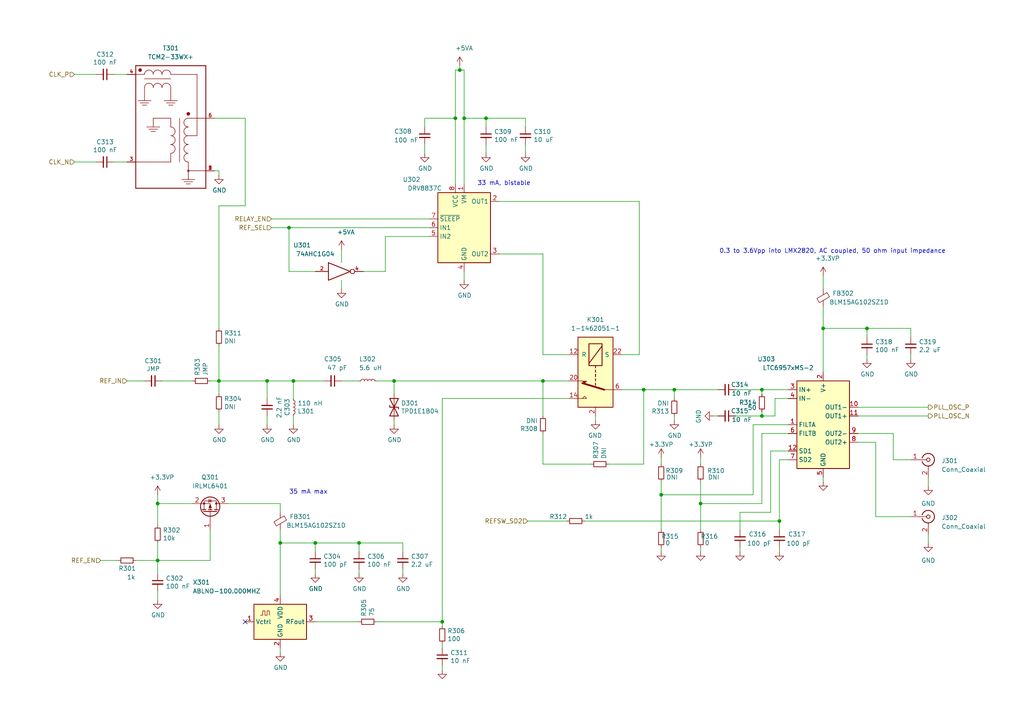
<source format=kicad_sch>
(kicad_sch (version 20211123) (generator eeschema)
  (paper "A4")
  (lib_symbols
    (symbol "74xGxx:74AHC1G04" (pin_names (offset 1.016))
      (property "Reference" "U" (at -2.54 3.81 0))
      (property "Value" "74AHC1G04" (at 0 -3.81 0))
      (symbol "74AHC1G04_0_1"
        (polyline (pts (xy -3.81 2.54) (xy -3.81 -2.54) (xy 2.54 0) (xy -3.81 2.54)) (stroke (width 0.254)))
      )
      (symbol "74AHC1G04_1_1"
        (pin input line (at -7.62 0 0) (length 3.81) (name "~") (number "2"))
        (pin power_in line (at 0 -2.54 270) (length 0) hide (name "GND") (number "3"))
        (pin output inverted (at 6.35 0 180) (length 3.81) (name "~") (number "4"))
        (pin power_in line (at 0 2.54 90) (length 0) hide (name "VCC") (number "5"))
      )
    )
    (symbol "Connector:Conn_Coaxial" (pin_names (offset 1.016) hide)
      (property "Reference" "J" (at 0.254 3.048 0))
      (property "Value" "Conn_Coaxial" (at 2.921 0 90))
      (symbol "Conn_Coaxial_0_1"
        (arc (start -1.778 -0.508) (mid 0.2311 -1.8066) (end 1.778 0) (stroke (width 0.254)))
        (polyline (pts (xy -2.54 0) (xy -0.508 0)))
        (polyline (pts (xy 0 -2.54) (xy 0 -1.778)))
        (circle (center 0 0) (radius 0.508) (stroke (width 0.2032)))
        (arc (start 1.778 0) (mid 0.2099 1.8101) (end -1.778 0.508) (stroke (width 0.254)))
      )
      (symbol "Conn_Coaxial_1_1"
        (pin passive line (at -5.08 0 0) (length 2.54) (name "In") (number "1"))
        (pin passive line (at 0 -5.08 90) (length 2.54) (name "Ext") (number "2"))
      )
    )
    (symbol "Device:C_Small" (pin_numbers hide) (pin_names (offset 0.254) hide)
      (property "Reference" "C" (at 0.254 1.778 0))
      (property "Value" "C_Small" (at 0.254 -2.032 0))
      (symbol "C_Small_0_1"
        (polyline (pts (xy -1.524 -0.508) (xy 1.524 -0.508)) (stroke (width 0.3302)))
        (polyline (pts (xy -1.524 0.508) (xy 1.524 0.508)) (stroke (width 0.3048)))
      )
      (symbol "C_Small_1_1"
        (pin passive line (at 0 2.54 270) (length 2.032) (name "~") (number "1"))
        (pin passive line (at 0 -2.54 90) (length 2.032) (name "~") (number "2"))
      )
    )
    (symbol "Device:D_TVS" (pin_numbers hide) (pin_names (offset 1.016) hide)
      (property "Reference" "D" (at 0 2.54 0))
      (property "Value" "D_TVS" (at 0 -2.54 0))
      (symbol "D_TVS_0_1"
        (polyline (pts (xy 1.27 0) (xy -1.27 0)))
        (polyline (pts (xy 0.508 1.27) (xy 0 1.27) (xy 0 -1.27) (xy -0.508 -1.27)) (stroke (width 0.254)))
        (polyline (pts (xy -2.54 1.27) (xy -2.54 -1.27) (xy 2.54 1.27) (xy 2.54 -1.27) (xy -2.54 1.27)) (stroke (width 0.254)))
      )
      (symbol "D_TVS_1_1"
        (pin passive line (at -3.81 0 0) (length 2.54) (name "A1") (number "1"))
        (pin passive line (at 3.81 0 180) (length 2.54) (name "A2") (number "2"))
      )
    )
    (symbol "Device:FerriteBead_Small" (pin_numbers hide) (pin_names (offset 0))
      (property "Reference" "FB" (at 1.905 1.27 0))
      (property "Value" "FerriteBead_Small" (at 1.905 -1.27 0))
      (symbol "FerriteBead_Small_0_1"
        (polyline (pts (xy 0 -1.27) (xy 0 -0.7874)))
        (polyline (pts (xy 0 0.889) (xy 0 1.2954)))
        (polyline (pts (xy -1.8288 0.2794) (xy -1.1176 1.4986) (xy 1.8288 -0.2032) (xy 1.1176 -1.4224) (xy -1.8288 0.2794)))
      )
      (symbol "FerriteBead_Small_1_1"
        (pin passive line (at 0 2.54 270) (length 1.27) (name "~") (number "1"))
        (pin passive line (at 0 -2.54 90) (length 1.27) (name "~") (number "2"))
      )
    )
    (symbol "Device:L_Small" (pin_numbers hide) (pin_names (offset 0.254) hide)
      (property "Reference" "L" (at 0.762 1.016 0))
      (property "Value" "L_Small" (at 0.762 -1.016 0))
      (symbol "L_Small_0_1"
        (arc (start 0 -2.032) (mid 0.508 -1.524) (end 0 -1.016))
        (arc (start 0 -1.016) (mid 0.508 -0.508) (end 0 0))
        (arc (start 0 0) (mid 0.508 0.508) (end 0 1.016))
        (arc (start 0 1.016) (mid 0.508 1.524) (end 0 2.032))
      )
      (symbol "L_Small_1_1"
        (pin passive line (at 0 2.54 270) (length 0.508) (name "~") (number "1"))
        (pin passive line (at 0 -2.54 90) (length 0.508) (name "~") (number "2"))
      )
    )
    (symbol "Device:R_Small" (pin_numbers hide) (pin_names (offset 0.254) hide)
      (property "Reference" "R" (at 0.762 0.508 0))
      (property "Value" "R_Small" (at 0.762 -1.016 0))
      (symbol "R_Small_0_1"
        (rectangle (start -0.762 1.778) (end 0.762 -1.778) (stroke (width 0.2032)))
      )
      (symbol "R_Small_1_1"
        (pin passive line (at 0 2.54 270) (length 0.762) (name "~") (number "1"))
        (pin passive line (at 0 -2.54 90) (length 0.762) (name "~") (number "2"))
      )
    )
    (symbol "Driver_Motor:DRV8837C"
      (property "Reference" "U" (at 6.35 11.43 0))
      (property "Value" "DRV8837C" (at -10.16 11.43 0))
      (symbol "DRV8837C_0_1"
        (rectangle (start -7.62 10.16) (end 7.62 -10.16) (stroke (width 0.254)) (fill (type background)))
      )
      (symbol "DRV8837C_1_1"
        (pin power_in line (at 0 12.7 270) (length 2.54) (name "VM") (number "1"))
        (pin output line (at 10.16 7.62 180) (length 2.54) (name "OUT1") (number "2"))
        (pin output line (at 10.16 -7.62 180) (length 2.54) (name "OUT2") (number "3"))
        (pin power_in line (at 0 -12.7 90) (length 2.54) (name "GND") (number "4"))
        (pin input line (at -10.16 -2.54 0) (length 2.54) (name "IN2") (number "5"))
        (pin input line (at -10.16 0 0) (length 2.54) (name "IN1") (number "6"))
        (pin input line (at -10.16 2.54 0) (length 2.54) (name "~{SLEEP}") (number "7"))
        (pin power_in line (at -2.54 12.7 270) (length 2.54) (name "VCC") (number "8"))
        (pin passive line (at 0 -12.7 90) (length 2.54) hide (name "GND") (number "9"))
      )
    )
    (symbol "Interface:LTC6957xMS-2"
      (property "Reference" "U" (at 7.62 -13.97 0))
      (property "Value" "LTC6957xMS-2" (at 1.27 13.97 0))
      (symbol "LTC6957xMS-2_0_1"
        (rectangle (start -7.62 12.7) (end 7.62 -12.7) (stroke (width 0.254)) (fill (type background)))
      )
      (symbol "LTC6957xMS-2_1_1"
        (pin input line (at -10.16 0 0) (length 2.54) (name "FILTA") (number "1"))
        (pin output line (at 10.16 5.08 180) (length 2.54) (name "OUT1-") (number "10"))
        (pin output line (at 10.16 2.54 180) (length 2.54) (name "OUT1+") (number "11"))
        (pin input line (at -10.16 -7.62 0) (length 2.54) (name "SD1") (number "12"))
        (pin power_in line (at 0 15.24 270) (length 2.54) (name "V+") (number "2"))
        (pin input line (at -10.16 10.16 0) (length 2.54) (name "IN+") (number "3"))
        (pin input line (at -10.16 7.62 0) (length 2.54) (name "IN-") (number "4"))
        (pin power_in line (at 0 -15.24 90) (length 2.54) (name "GND") (number "5"))
        (pin input line (at -10.16 -2.54 0) (length 2.54) (name "FILTB") (number "6"))
        (pin input line (at -10.16 -10.16 0) (length 2.54) (name "SD2") (number "7"))
        (pin output line (at 10.16 -5.08 180) (length 2.54) (name "OUT2+") (number "8"))
        (pin output line (at 10.16 -2.54 180) (length 2.54) (name "OUT2-") (number "9"))
      )
    )
    (symbol "Oscillator:ABLNO"
      (property "Reference" "X" (at -8.89 6.35 0))
      (property "Value" "ABLNO" (at 3.81 6.35 0))
      (symbol "ABLNO_0_1"
        (rectangle (start -7.62 5.08) (end 7.62 -5.08) (stroke (width 0.254)) (fill (type background)))
        (polyline (pts (xy -5.715 1.905) (xy -5.08 1.905) (xy -5.08 3.175) (xy -4.445 3.175) (xy -4.445 1.905) (xy -3.81 1.905) (xy -3.81 3.175) (xy -3.175 3.175) (xy -3.175 1.905)))
      )
      (symbol "ABLNO_1_1"
        (pin input line (at -10.16 0 0) (length 2.54) (name "Vctrl") (number "1"))
        (pin power_in line (at 0 -7.62 90) (length 2.54) (name "GND") (number "2"))
        (pin output line (at 10.16 0 180) (length 2.54) (name "RFout") (number "3"))
        (pin power_in line (at 0 7.62 270) (length 2.54) (name "VDD") (number "4"))
      )
    )
    (symbol "Transistor_FET:IRLML6401" (pin_names hide)
      (property "Reference" "Q" (at 5.08 1.905 0))
      (property "Value" "IRLML6401" (at 5.08 0 0))
      (symbol "IRLML6401_0_1"
        (polyline (pts (xy 0.254 0) (xy -2.54 0)))
        (polyline (pts (xy 0.254 1.905) (xy 0.254 -1.905)) (stroke (width 0.254)))
        (polyline (pts (xy 0.762 -1.27) (xy 0.762 -2.286)) (stroke (width 0.254)))
        (polyline (pts (xy 0.762 0.508) (xy 0.762 -0.508)) (stroke (width 0.254)))
        (polyline (pts (xy 0.762 2.286) (xy 0.762 1.27)) (stroke (width 0.254)))
        (polyline (pts (xy 2.54 2.54) (xy 2.54 1.778)))
        (polyline (pts (xy 2.54 -2.54) (xy 2.54 0) (xy 0.762 0)))
        (polyline (pts (xy 0.762 1.778) (xy 3.302 1.778) (xy 3.302 -1.778) (xy 0.762 -1.778)))
        (polyline (pts (xy 2.286 0) (xy 1.27 0.381) (xy 1.27 -0.381) (xy 2.286 0)) (fill (type outline)))
        (polyline (pts (xy 2.794 -0.508) (xy 2.921 -0.381) (xy 3.683 -0.381) (xy 3.81 -0.254)))
        (polyline (pts (xy 3.302 -0.381) (xy 2.921 0.254) (xy 3.683 0.254) (xy 3.302 -0.381)))
        (circle (center 1.651 0) (radius 2.794) (stroke (width 0.254)))
        (circle (center 2.54 -1.778) (radius 0.254) (fill (type outline)))
        (circle (center 2.54 1.778) (radius 0.254) (fill (type outline)))
      )
      (symbol "IRLML6401_1_1"
        (pin input line (at -5.08 0 0) (length 2.54) (name "G") (number "1"))
        (pin passive line (at 2.54 -5.08 90) (length 2.54) (name "S") (number "2"))
        (pin passive line (at 2.54 5.08 270) (length 2.54) (name "D") (number "3"))
      )
    )
    (symbol "power:+3.3VP" (power) (pin_names (offset 0))
      (property "Value" "+3.3VP" (at 0 2.54 0))
      (symbol "+3.3VP_0_0"
        (pin power_in line (at 0 0 90) (length 0) hide (name "+3.3VP") (number "1"))
      )
      (symbol "+3.3VP_0_1"
        (polyline (pts (xy -0.762 1.27) (xy 0 2.54)))
        (polyline (pts (xy 0 0) (xy 0 2.54)))
        (polyline (pts (xy 0 2.54) (xy 0.762 1.27)))
      )
    )
    (symbol "power:+5VA" (power) (pin_names (offset 0))
      (property "Value" "+5VA" (at 0 3.556 0))
      (symbol "+5VA_0_1"
        (polyline (pts (xy -0.762 1.27) (xy 0 2.54)))
        (polyline (pts (xy 0 0) (xy 0 2.54)))
        (polyline (pts (xy 0 2.54) (xy 0.762 1.27)))
      )
      (symbol "+5VA_1_1"
        (pin power_in line (at 0 0 90) (length 0) hide (name "+5VA") (number "1"))
      )
    )
    (symbol "power:GND" (power) (pin_names (offset 0))
      (property "Value" "GND" (at 0 -3.81 0))
      (symbol "GND_0_1"
        (polyline (pts (xy 0 0) (xy 0 -1.27) (xy 1.27 -1.27) (xy 0 -2.54) (xy -1.27 -1.27) (xy 0 -1.27)))
      )
      (symbol "GND_1_1"
        (pin power_in line (at 0 0 270) (length 0) hide (name "GND") (number "1"))
      )
    )
    (symbol "tcm2-33wx:TCM2-33WX+" (pin_names (offset 1.016) hide)
      (property "Reference" "T" (at -10.16 18.415 0))
      (property "Value" "TCM2-33WX+" (at -10.16 -20.3454 0))
      (symbol "TCM2-33WX+_0_0"
        (circle (center -5.08 -12.7) (radius 0.254) (stroke (width 0.1524)))
        (arc (start -5.08 -10.16) (mid -3.81 -8.89) (end -5.08 -7.62) (stroke (width 0.1524)))
        (arc (start -5.08 -7.62) (mid -3.81 -6.35) (end -5.08 -5.08) (stroke (width 0.1524)))
        (arc (start -5.08 -5.08) (mid -3.81 -3.81) (end -5.08 -2.54) (stroke (width 0.1524)))
        (arc (start -5.08 -2.54) (mid -3.81 -1.27) (end -5.08 0) (stroke (width 0.1524)))
        (arc (start -5.08 0) (mid -3.81 1.27) (end -5.08 2.54) (stroke (width 0.1524)))
        (circle (center -5.08 3.81) (radius 0.254) (stroke (width 0.508)))
        (arc (start 0 -5.08) (mid -1.27 -6.35) (end 0 -7.62) (stroke (width 0.1524)))
        (arc (start 0 -2.54) (mid -1.27 -3.81) (end 0 -5.08) (stroke (width 0.1524)))
        (arc (start 0 0) (mid -1.27 -1.27) (end 0 -2.54) (stroke (width 0.1524)))
        (polyline (pts (xy -10.16 -17.78) (xy -10.16 -12.7)) (stroke (width 0.254)))
        (polyline (pts (xy -10.16 -12.7) (xy -10.16 2.54)) (stroke (width 0.254)))
        (polyline (pts (xy -10.16 -12.7) (xy -5.08 -12.7)) (stroke (width 0.1524)))
        (polyline (pts (xy -10.16 2.54) (xy -10.16 17.78)) (stroke (width 0.254)))
        (polyline (pts (xy -10.16 17.78) (xy 10.16 17.78)) (stroke (width 0.254)))
        (polyline (pts (xy -7.62 -2.54) (xy -5.08 -2.54)) (stroke (width 0.1524)))
        (polyline (pts (xy -7.62 15.24) (xy -7.62 -2.54)) (stroke (width 0.1524)))
        (polyline (pts (xy -6.985 -15.24) (xy -3.175 -15.24)) (stroke (width 0.1524)))
        (polyline (pts (xy -6.35 -15.875) (xy -3.81 -15.875)) (stroke (width 0.1524)))
        (polyline (pts (xy -5.715 -16.51) (xy -4.445 -16.51)) (stroke (width 0.1524)))
        (polyline (pts (xy -5.08 -12.7) (xy -5.08 -15.24)) (stroke (width 0.1524)))
        (polyline (pts (xy -5.08 -10.16) (xy -5.08 -12.7)) (stroke (width 0.1524)))
        (polyline (pts (xy -5.08 2.54) (xy -10.16 2.54)) (stroke (width 0.1524)))
        (polyline (pts (xy -2.54 2.54) (xy -2.54 -10.16)) (stroke (width 0.1524)))
        (polyline (pts (xy -1.905 7.62) (xy 1.905 7.62)) (stroke (width 0.1524)))
        (polyline (pts (xy -1.27 6.985) (xy 1.27 6.985)) (stroke (width 0.1524)))
        (polyline (pts (xy -0.635 6.35) (xy 0.635 6.35)) (stroke (width 0.1524)))
        (polyline (pts (xy 0 -10.16) (xy 10.16 -10.16)) (stroke (width 0.1524)))
        (polyline (pts (xy 0 -7.62) (xy 0 -10.16)) (stroke (width 0.1524)))
        (polyline (pts (xy 0 2.54) (xy 0 0)) (stroke (width 0.1524)))
        (polyline (pts (xy 0 2.54) (xy 5.08 2.54)) (stroke (width 0.1524)))
        (polyline (pts (xy 0 11.43) (xy 0 7.62)) (stroke (width 0.1524)))
        (polyline (pts (xy 0 13.97) (xy 7.62 13.97)) (stroke (width 0.1524)))
        (polyline (pts (xy 0 15.24) (xy -7.62 15.24)) (stroke (width 0.1524)))
        (polyline (pts (xy 3.175 0) (xy 5.08 0)) (stroke (width 0.1524)))
        (polyline (pts (xy 3.81 -0.635) (xy 6.35 -0.635)) (stroke (width 0.1524)))
        (polyline (pts (xy 4.445 -1.27) (xy 5.715 -1.27)) (stroke (width 0.1524)))
        (polyline (pts (xy 5.08 0) (xy 6.985 0)) (stroke (width 0.1524)))
        (polyline (pts (xy 5.08 2.54) (xy 5.08 0)) (stroke (width 0.1524)))
        (polyline (pts (xy 5.715 7.62) (xy 9.525 7.62)) (stroke (width 0.1524)))
        (polyline (pts (xy 6.35 6.985) (xy 8.89 6.985)) (stroke (width 0.1524)))
        (polyline (pts (xy 6.985 6.35) (xy 8.255 6.35)) (stroke (width 0.1524)))
        (polyline (pts (xy 7.62 11.43) (xy 7.62 7.62)) (stroke (width 0.1524)))
        (polyline (pts (xy 10.16 -17.78) (xy -10.16 -17.78)) (stroke (width 0.254)))
        (polyline (pts (xy 10.16 15.24) (xy 7.62 15.24)) (stroke (width 0.1524)))
        (polyline (pts (xy 10.16 17.78) (xy 10.16 -17.78)) (stroke (width 0.254)))
        (arc (start 2.54 11.43) (mid 1.27 12.7) (end 0 11.43) (stroke (width 0.1524)))
        (arc (start 2.54 15.24) (mid 1.27 16.51) (end 0 15.24) (stroke (width 0.1524)))
        (arc (start 5.08 11.43) (mid 3.81 12.7) (end 2.54 11.43) (stroke (width 0.1524)))
        (arc (start 5.08 15.24) (mid 3.81 16.51) (end 2.54 15.24) (stroke (width 0.1524)))
        (arc (start 7.62 11.43) (mid 6.35 12.7) (end 5.08 11.43) (stroke (width 0.1524)))
        (arc (start 7.62 15.24) (mid 6.35 16.51) (end 5.08 15.24) (stroke (width 0.1524)))
        (circle (center 8.89 16.51) (radius 0.254) (stroke (width 0.508)))
        (pin power_in line (at -12.7 -12.7 0) (length 2.54) (name "~") (number "1"))
        (pin power_in line (at -12.7 -12.7 0) (length 2.54) (name "~") (number "2"))
        (pin passive line (at 12.7 -10.16 180) (length 2.54) (name "~") (number "3"))
        (pin passive line (at 12.7 15.24 180) (length 2.54) (name "~") (number "4"))
        (pin power_in line (at -12.7 -12.7 0) (length 2.54) (name "~") (number "5"))
        (pin passive line (at -12.7 2.54 0) (length 2.54) (name "~") (number "6"))
      )
    )
    (symbol "vna_mm:1-1462051-1" (pin_names (offset 1.016))
      (property "Reference" "K" (at -11.43 19.05 0))
      (property "Value" "1-1462051-1" (at -11.43 16.51 0))
      (symbol "1-1462051-1_0_0"
        (polyline (pts (xy 2.54 -7.62) (xy 3.81 -7.62)))
        (polyline (pts (xy 2.54 -2.54) (xy 3.81 -2.54)))
        (polyline (pts (xy 2.54 -7.62) (xy 1.27 -7.62) (xy 1.905 -6.985) (xy 2.54 -7.62)))
      )
      (symbol "1-1462051-1_0_1"
        (polyline (pts (xy -3.81 -5.08) (xy -6.35 -5.08)))
        (polyline (pts (xy -3.81 -5.08) (xy 2.54 -3.175)) (stroke (width 0.508)))
        (polyline (pts (xy -3.175 7.62) (xy 0.635 2.54)) (stroke (width 0.254)))
        (polyline (pts (xy -1.27 -3.175) (xy -1.27 -3.81)) (stroke (width 0.254)))
        (polyline (pts (xy -1.27 -1.905) (xy -1.27 -2.54)) (stroke (width 0.254)))
        (polyline (pts (xy -1.27 -0.635) (xy -1.27 -1.27)) (stroke (width 0.254)))
        (polyline (pts (xy -1.27 -0.635) (xy -1.27 -1.27)) (stroke (width 0.254)))
        (polyline (pts (xy -1.27 0.635) (xy -1.27 0)) (stroke (width 0.254)))
        (polyline (pts (xy -1.27 1.905) (xy -1.27 1.27)) (stroke (width 0.254)))
        (polyline (pts (xy 1.27 -2.54) (xy 1.905 -3.175) (xy 2.54 -2.54)) (fill (type outline)))
        (rectangle (start 0.635 8.255) (end -3.175 1.905) (stroke (width 0.254)))
        (rectangle (start 3.81 10.16) (end -6.35 -10.16) (stroke (width 0.254)) (fill (type background)))
      )
      (symbol "1-1462051-1_1_1"
        (pin passive line (at 6.35 5.08 180) (length 2.54) hide (name "~") (number "1"))
        (pin passive line (at -1.27 -12.7 90) (length 2.54) hide (name "~") (number "10"))
        (pin passive line (at -8.89 5.08 0) (length 2.54) hide (name "~") (number "11"))
        (pin passive line (at 6.35 5.08 180) (length 2.54) (name "R") (number "12"))
        (pin passive line (at -1.27 -12.7 90) (length 2.54) hide (name "~") (number "13"))
        (pin passive line (at 6.35 -7.62 180) (length 2.54) (name "~") (number "14"))
        (pin passive line (at -1.27 -12.7 90) (length 2.54) hide (name "~") (number "15"))
        (pin passive line (at -1.27 -12.7 90) (length 2.54) hide (name "~") (number "17"))
        (pin passive line (at -1.27 -12.7 90) (length 2.54) hide (name "~") (number "19"))
        (pin power_in line (at -1.27 -12.7 90) (length 2.54) (name "~") (number "2"))
        (pin passive line (at 6.35 -2.54 180) (length 2.54) (name "~") (number "20"))
        (pin passive line (at -1.27 -12.7 90) (length 2.54) hide (name "~") (number "21"))
        (pin passive line (at -8.89 5.08 0) (length 2.54) (name "S") (number "22"))
        (pin passive line (at -1.27 -12.7 90) (length 2.54) hide (name "~") (number "5"))
        (pin passive line (at -8.89 -5.08 0) (length 2.54) (name "~") (number "6"))
        (pin passive line (at -1.27 -12.7 90) (length 2.54) hide (name "~") (number "7"))
      )
    )
  )
  (junction (at 220.98 120.65) (diameter 0.9144))
  (junction (at 140.97 34.29) (diameter 0.9144))
  (junction (at 45.72 146.05) (diameter 0.9144))
  (junction (at 91.44 157.48) (diameter 0.9144))
  (junction (at 83.82 66.04) (diameter 0.9144))
  (junction (at 85.09 110.49))
  (junction (at 134.62 34.29) (diameter 0.9144))
  (junction (at 191.77 143.51) (diameter 0.9144))
  (junction (at 45.72 162.56) (diameter 0.9144))
  (junction (at 203.2 146.05) (diameter 0.9144))
  (junction (at 186.69 113.03) (diameter 0.9144))
  (junction (at 104.14 157.48) (diameter 0.9144))
  (junction (at 220.98 113.03) (diameter 0.9144))
  (junction (at 132.08 34.29) (diameter 0.9144))
  (junction (at 63.5 110.49) (diameter 0.9144))
  (junction (at 251.46 95.25) (diameter 0.9144))
  (junction (at 157.48 110.49) (diameter 0.9144))
  (junction (at 238.76 95.25) (diameter 0.9144))
  (junction (at 195.58 113.03) (diameter 0.9144))
  (junction (at 133.35 20.32) (diameter 0.9144))
  (junction (at 226.06 151.13) (diameter 0.9144))
  (junction (at 114.3 110.49) (diameter 0.9144))
  (junction (at 81.28 157.48) (diameter 0.9144))
  (junction (at 128.27 180.34) (diameter 0.9144))
  (junction (at 77.47 110.49) (diameter 0.9144))
  (no_connect (at 71.12 180.34))
  (wire (pts (xy 157.48 110.49) (xy 157.48 120.65)))
  (wire (pts (xy 63.5 110.49) (xy 77.47 110.49)))
  (wire (pts (xy 157.48 125.73) (xy 157.48 134.62)))
  (wire (pts (xy 111.76 68.58) (xy 124.46 68.58)))
  (wire (pts (xy 195.58 120.65) (xy 195.58 121.92)))
  (wire (pts (xy 133.35 20.32) (xy 134.62 20.32)))
  (wire (pts (xy 157.48 134.62) (xy 171.45 134.62)))
  (wire (pts (xy 78.74 63.5) (xy 124.46 63.5)))
  (wire (pts (xy 140.97 34.29) (xy 134.62 34.29)))
  (wire (pts (xy 269.24 154.94) (xy 269.24 157.48)))
  (wire (pts (xy 153.035 151.13) (xy 164.465 151.13)))
  (wire (pts (xy 132.08 20.32) (xy 132.08 34.29)))
  (wire (pts (xy 109.22 110.49) (xy 114.3 110.49)))
  (wire (pts (xy 114.3 110.49) (xy 157.48 110.49)))
  (wire (pts (xy 157.48 110.49) (xy 165.1 110.49)))
  (wire (pts (xy 33.02 46.99) (xy 36.83 46.99)))
  (wire (pts (xy 78.74 66.04) (xy 83.82 66.04)))
  (wire (pts (xy 144.78 73.66) (xy 157.48 73.66)))
  (wire (pts (xy 71.12 34.29) (xy 62.23 34.29)))
  (wire (pts (xy 157.48 102.87) (xy 165.1 102.87)))
  (wire (pts (xy 157.48 73.66) (xy 157.48 102.87)))
  (wire (pts (xy 85.09 110.49) (xy 85.09 115.57)))
  (wire (pts (xy 269.24 138.43) (xy 269.24 140.97)))
  (wire (pts (xy 123.19 34.29) (xy 123.19 36.83)))
  (wire (pts (xy 254 128.27) (xy 248.92 128.27)))
  (wire (pts (xy 254 149.86) (xy 254 128.27)))
  (wire (pts (xy 254 149.86) (xy 264.16 149.86)))
  (wire (pts (xy 238.76 138.43) (xy 238.76 139.7)))
  (wire (pts (xy 21.59 21.59) (xy 27.94 21.59)))
  (wire (pts (xy 91.44 180.34) (xy 104.14 180.34)))
  (wire (pts (xy 191.77 139.7) (xy 191.77 143.51)))
  (wire (pts (xy 185.42 58.42) (xy 185.42 102.87)))
  (wire (pts (xy 36.83 110.49) (xy 41.91 110.49)))
  (wire (pts (xy 91.44 157.48) (xy 91.44 160.02)))
  (wire (pts (xy 63.5 59.69) (xy 63.5 95.25)))
  (wire (pts (xy 21.59 46.99) (xy 27.94 46.99)))
  (wire (pts (xy 220.98 120.65) (xy 224.79 120.65)))
  (wire (pts (xy 224.79 115.57) (xy 228.6 115.57)))
  (wire (pts (xy 224.79 120.65) (xy 224.79 115.57)))
  (wire (pts (xy 144.78 58.42) (xy 185.42 58.42)))
  (wire (pts (xy 264.16 102.87) (xy 264.16 104.14)))
  (wire (pts (xy 105.41 78.74) (xy 111.76 78.74)))
  (wire (pts (xy 81.28 146.05) (xy 81.28 148.59)))
  (wire (pts (xy 81.28 157.48) (xy 81.28 172.72)))
  (wire (pts (xy 220.98 113.03) (xy 228.6 113.03)))
  (wire (pts (xy 83.82 66.04) (xy 124.46 66.04)))
  (wire (pts (xy 191.77 143.51) (xy 191.77 153.67)))
  (wire (pts (xy 223.52 130.81) (xy 223.52 148.59)))
  (wire (pts (xy 223.52 148.59) (xy 214.63 148.59)))
  (wire (pts (xy 228.6 130.81) (xy 223.52 130.81)))
  (wire (pts (xy 251.46 104.14) (xy 251.46 102.87)))
  (wire (pts (xy 220.98 113.03) (xy 220.98 114.3)))
  (wire (pts (xy 185.42 102.87) (xy 180.34 102.87)))
  (wire (pts (xy 220.98 125.73) (xy 220.98 146.05)))
  (wire (pts (xy 220.98 146.05) (xy 203.2 146.05)))
  (wire (pts (xy 228.6 125.73) (xy 220.98 125.73)))
  (wire (pts (xy 99.06 76.2) (xy 99.06 72.39)))
  (wire (pts (xy 152.4 41.91) (xy 152.4 44.45)))
  (wire (pts (xy 63.5 59.69) (xy 71.12 59.69)))
  (wire (pts (xy 63.5 100.33) (xy 63.5 110.49)))
  (wire (pts (xy 259.08 133.35) (xy 259.08 125.73)))
  (wire (pts (xy 264.16 133.35) (xy 259.08 133.35)))
  (wire (pts (xy 132.08 34.29) (xy 123.19 34.29)))
  (wire (pts (xy 85.09 110.49) (xy 93.98 110.49)))
  (wire (pts (xy 114.3 121.92) (xy 114.3 123.19)))
  (wire (pts (xy 116.84 157.48) (xy 116.84 160.02)))
  (wire (pts (xy 203.2 146.05) (xy 203.2 153.67)))
  (wire (pts (xy 63.5 49.53) (xy 63.5 50.8)))
  (wire (pts (xy 63.5 119.38) (xy 63.5 123.19)))
  (wire (pts (xy 172.72 120.65) (xy 172.72 121.92)))
  (wire (pts (xy 45.72 171.45) (xy 45.72 173.99)))
  (wire (pts (xy 45.72 162.56) (xy 60.96 162.56)))
  (wire (pts (xy 60.96 153.67) (xy 60.96 162.56)))
  (wire (pts (xy 191.77 158.75) (xy 191.77 160.02)))
  (wire (pts (xy 81.28 187.96) (xy 81.28 189.23)))
  (wire (pts (xy 77.47 110.49) (xy 85.09 110.49)))
  (wire (pts (xy 208.28 120.65) (xy 207.01 120.65)))
  (wire (pts (xy 169.545 151.13) (xy 226.06 151.13)))
  (wire (pts (xy 226.06 133.35) (xy 226.06 151.13)))
  (wire (pts (xy 228.6 133.35) (xy 226.06 133.35)))
  (wire (pts (xy 83.82 78.74) (xy 91.44 78.74)))
  (wire (pts (xy 111.76 78.74) (xy 111.76 68.58)))
  (wire (pts (xy 45.72 143.51) (xy 45.72 146.05)))
  (wire (pts (xy 45.72 146.05) (xy 55.88 146.05)))
  (wire (pts (xy 91.44 165.1) (xy 91.44 166.37)))
  (wire (pts (xy 63.5 110.49) (xy 63.5 114.3)))
  (wire (pts (xy 134.62 34.29) (xy 134.62 53.34)))
  (wire (pts (xy 140.97 36.83) (xy 140.97 34.29)))
  (wire (pts (xy 251.46 95.25) (xy 264.16 95.25)))
  (wire (pts (xy 214.63 158.75) (xy 214.63 160.02)))
  (wire (pts (xy 104.14 157.48) (xy 116.84 157.48)))
  (wire (pts (xy 66.04 146.05) (xy 81.28 146.05)))
  (wire (pts (xy 214.63 148.59) (xy 214.63 153.67)))
  (wire (pts (xy 134.62 78.74) (xy 134.62 81.28)))
  (wire (pts (xy 203.2 139.7) (xy 203.2 146.05)))
  (wire (pts (xy 133.35 19.05) (xy 133.35 20.32)))
  (wire (pts (xy 133.35 20.32) (xy 132.08 20.32)))
  (wire (pts (xy 81.28 153.67) (xy 81.28 157.48)))
  (wire (pts (xy 238.76 95.25) (xy 238.76 107.95)))
  (wire (pts (xy 99.06 81.28) (xy 99.06 83.82)))
  (wire (pts (xy 45.72 146.05) (xy 45.72 152.4)))
  (wire (pts (xy 104.14 157.48) (xy 104.14 160.02)))
  (wire (pts (xy 238.76 80.01) (xy 238.76 83.82)))
  (wire (pts (xy 128.27 115.57) (xy 165.1 115.57)))
  (wire (pts (xy 203.2 158.75) (xy 203.2 160.02)))
  (wire (pts (xy 180.34 113.03) (xy 186.69 113.03)))
  (wire (pts (xy 134.62 20.32) (xy 134.62 34.29)))
  (wire (pts (xy 191.77 143.51) (xy 218.44 143.51)))
  (wire (pts (xy 218.44 123.19) (xy 218.44 143.51)))
  (wire (pts (xy 228.6 123.19) (xy 218.44 123.19)))
  (wire (pts (xy 176.53 134.62) (xy 186.69 134.62)))
  (wire (pts (xy 186.69 134.62) (xy 186.69 113.03)))
  (wire (pts (xy 99.06 110.49) (xy 104.14 110.49)))
  (wire (pts (xy 128.27 186.69) (xy 128.27 187.96)))
  (wire (pts (xy 152.4 34.29) (xy 152.4 36.83)))
  (wire (pts (xy 203.2 132.715) (xy 203.2 134.62)))
  (wire (pts (xy 39.37 162.56) (xy 45.72 162.56)))
  (wire (pts (xy 128.27 180.34) (xy 128.27 115.57)))
  (wire (pts (xy 123.19 41.91) (xy 123.19 44.45)))
  (wire (pts (xy 104.14 166.37) (xy 104.14 165.1)))
  (wire (pts (xy 114.3 110.49) (xy 114.3 114.3)))
  (wire (pts (xy 128.27 193.04) (xy 128.27 194.31)))
  (wire (pts (xy 77.47 123.19) (xy 77.47 120.65)))
  (wire (pts (xy 248.92 118.11) (xy 269.24 118.11)))
  (wire (pts (xy 213.36 113.03) (xy 220.98 113.03)))
  (wire (pts (xy 45.72 157.48) (xy 45.72 162.56)))
  (wire (pts (xy 226.06 151.13) (xy 226.06 153.67)))
  (wire (pts (xy 60.96 110.49) (xy 63.5 110.49)))
  (wire (pts (xy 195.58 113.03) (xy 195.58 115.57)))
  (wire (pts (xy 116.84 165.1) (xy 116.84 166.37)))
  (wire (pts (xy 45.72 162.56) (xy 45.72 166.37)))
  (wire (pts (xy 128.27 180.34) (xy 128.27 181.61)))
  (wire (pts (xy 83.82 66.04) (xy 83.82 78.74)))
  (wire (pts (xy 77.47 110.49) (xy 77.47 115.57)))
  (wire (pts (xy 109.22 180.34) (xy 128.27 180.34)))
  (wire (pts (xy 186.69 113.03) (xy 195.58 113.03)))
  (wire (pts (xy 195.58 113.03) (xy 208.28 113.03)))
  (wire (pts (xy 91.44 157.48) (xy 104.14 157.48)))
  (wire (pts (xy 248.92 125.73) (xy 259.08 125.73)))
  (wire (pts (xy 226.06 158.75) (xy 226.06 160.02)))
  (wire (pts (xy 248.92 120.65) (xy 269.24 120.65)))
  (wire (pts (xy 191.77 132.715) (xy 191.77 134.62)))
  (wire (pts (xy 71.12 59.69) (xy 71.12 34.29)))
  (wire (pts (xy 62.23 49.53) (xy 63.5 49.53)))
  (wire (pts (xy 140.97 34.29) (xy 152.4 34.29)))
  (wire (pts (xy 251.46 95.25) (xy 251.46 97.79)))
  (wire (pts (xy 81.28 157.48) (xy 91.44 157.48)))
  (wire (pts (xy 132.08 53.34) (xy 132.08 34.29)))
  (wire (pts (xy 85.09 120.65) (xy 85.09 123.19)))
  (wire (pts (xy 46.99 110.49) (xy 55.88 110.49)))
  (wire (pts (xy 238.76 95.25) (xy 251.46 95.25)))
  (wire (pts (xy 220.98 120.65) (xy 220.98 119.38)))
  (wire (pts (xy 29.21 162.56) (xy 34.29 162.56)))
  (wire (pts (xy 213.36 120.65) (xy 220.98 120.65)))
  (wire (pts (xy 238.76 88.9) (xy 238.76 95.25)))
  (wire (pts (xy 264.16 95.25) (xy 264.16 97.79)))
  (wire (pts (xy 33.02 21.59) (xy 36.83 21.59)))
  (wire (pts (xy 140.97 41.91) (xy 140.97 44.45)))
  (text "33 mA, bistable" (at 138.43 53.975 0) (effects (font (size 1.27 1.27)) (justify left bottom)))
  (text "0.3 to 3.6Vpp into LMX2820, AC coupled, 50 ohm input impedance\n" (at 274.32 73.66 0) (effects (font (size 1.27 1.27)) (justify right bottom)))
  (text "35 mA max" (at 83.82 143.51 0) (effects (font (size 1.27 1.27)) (justify left bottom)))
  (hierarchical_label "CLK_N" (shape input) (at 21.59 46.99 180))
  (hierarchical_label "CLK_P" (shape input) (at 21.59 21.59 180))
  (hierarchical_label "REF_IN" (shape input) (at 36.83 110.49 180))
  (hierarchical_label "PLL_OSC_N" (shape output) (at 269.24 120.65 0))
  (hierarchical_label "REFSW_SD2" (shape input) (at 153.035 151.13 180))
  (hierarchical_label "RELAY_EN" (shape input) (at 78.74 63.5 180))
  (hierarchical_label "PLL_OSC_P" (shape output) (at 269.24 118.11 0))
  (hierarchical_label "REF_EN" (shape input) (at 29.21 162.56 180))
  (hierarchical_label "REF_SEL" (shape input) (at 78.74 66.04 180))
  (symbol (lib_id "Device:C_Small") (at 152.4 39.37 0) (unit 1)
    (property "Reference" "C310" (at 154.7368 38.2016 0) (effects (justify left)))
    (property "Value" "10 uF" (at 154.7368 40.513 0) (effects (justify left)))
    (property "Footprint" "Capacitor_SMD:C_0805_2012Metric" (effects hide))
    (property "DIST_NAME" "Digi-Key" (effects hide))
    (property "DIST_PN" "GRM21BR61A226ME51L" (effects hide))
  )
  (symbol (lib_id "Device:C_Small") (at 104.14 162.56 0) (unit 1)
    (property "Reference" "C306" (at 106.4768 161.3916 0) (effects (justify left)))
    (property "Value" "100 nF" (at 106.4768 163.703 0) (effects (justify left)))
    (property "Footprint" "Capacitor_SMD:C_0402_1005Metric" (effects hide))
  )
  (symbol (lib_id "power:GND") (at 99.06 83.82 0) (unit 1)
    (property "Reference" "#PWR0309" (effects hide))
    (property "Value" "GND" (at 99.187 88.2142 0))
  )
  (symbol (lib_id "Device:R_Small") (at 203.2 137.16 0) (unit 1)
    (property "Reference" "R310" (at 207.645 136.525 0))
    (property "Value" "DNI" (at 207.01 138.43 0))
    (property "Footprint" "Resistor_SMD:R_0402_1005Metric" (effects hide))
  )
  (symbol (lib_id "power:GND") (at 91.44 166.37 0) (unit 1)
    (property "Reference" "#PWR0307" (effects hide))
    (property "Value" "GND" (at 91.567 170.7642 0))
  )
  (symbol (lib_id "Device:R_Small") (at 45.72 154.94 180) (unit 1)
    (property "Reference" "R302" (at 47.2186 153.7716 0) (effects (justify right)))
    (property "Value" "10k" (at 47.219 156.083 0) (effects (justify right)))
    (property "Footprint" "Resistor_SMD:R_0402_1005Metric" (effects hide))
  )
  (symbol (lib_id "Device:C_Small") (at 210.82 113.03 270) (unit 1)
    (property "Reference" "C314" (at 211.9884 111.5568 90) (effects (justify left)))
    (property "Value" "10 nF" (at 212.217 114.0968 90) (effects (justify left)))
    (property "Footprint" "Capacitor_SMD:C_0402_1005Metric" (effects hide))
  )
  (symbol (lib_id "Device:R_Small") (at 157.48 123.19 0) (unit 1)
    (property "Reference" "R308" (at 155.9814 124.3584 0) (effects (justify right)))
    (property "Value" "DNI" (at 155.9814 122.047 0) (effects (justify right)))
    (property "Footprint" "Resistor_SMD:R_0402_1005Metric" (effects hide))
  )
  (symbol (lib_id "Driver_Motor:DRV8837C") (at 134.62 66.04 0) (unit 1)
    (property "Reference" "U302" (at 119.38 52.07 0))
    (property "Value" "DRV8837C" (at 123.19 54.61 0))
    (property "Footprint" "Package_SON:WSON-8-1EP_2x2mm_P0.5mm_EP0.9x1.6mm" (effects hide))
    (property "Datasheet" "http://www.ti.com/lit/ds/symlink/drv8837c.pdf" (effects hide))
    (property "DIST_NAME" "Digi-Key" (effects hide))
    (property "DIST_PN" "296-47205-1-ND" (effects hide))
  )
  (symbol (lib_id "Device:C_Small") (at 264.16 100.33 0) (unit 1)
    (property "Reference" "C319" (at 266.4968 99.1616 0) (effects (justify left)))
    (property "Value" "2.2 uF" (at 266.4968 101.473 0) (effects (justify left)))
    (property "Footprint" "Capacitor_SMD:C_0603_1608Metric" (effects hide))
    (property "DIST_NAME" "Digi-Key" (effects hide))
    (property "DIST_PN" "490-10731-1-ND" (effects hide))
  )
  (symbol (lib_id "power:GND") (at 226.06 160.02 0) (unit 1)
    (property "Reference" "#PWR0122" (effects hide))
    (property "Value" "GND" (effects hide))
  )
  (symbol (lib_id "power:GND") (at 140.97 44.45 0) (unit 1)
    (property "Reference" "#PWR0317" (effects hide))
    (property "Value" "GND" (at 141.097 48.8442 0))
  )
  (symbol (lib_id "Device:R_Small") (at 36.83 162.56 270) (unit 1)
    (property "Reference" "R301" (at 39.4716 164.8714 90) (effects (justify right)))
    (property "Value" "1k" (at 39.243 167.411 90) (effects (justify right)))
    (property "Footprint" "Resistor_SMD:R_0402_1005Metric" (effects hide))
  )
  (symbol (lib_id "tcm2-33wx:TCM2-33WX+") (at 49.53 36.83 0) (mirror y) (unit 1)
    (property "Reference" "T301" (at 49.53 13.97 0))
    (property "Value" "TCM2-33WX+" (at 49.53 16.51 0))
    (property "Footprint" "XFMR_TCM2-33WX+" (effects hide))
    (property "STANDARD" "Manufacturer Recommendations" (effects hide))
    (property "MANUFACTURER" "Mini-Circuits" (effects hide))
    (property "PARTREV" "A" (effects hide))
  )
  (symbol (lib_id "Device:C_Small") (at 140.97 39.37 0) (unit 1)
    (property "Reference" "C309" (at 143.3068 38.2016 0) (effects (justify left)))
    (property "Value" "100 nF" (at 143.3068 40.513 0) (effects (justify left)))
    (property "Footprint" "Capacitor_SMD:C_0402_1005Metric" (effects hide))
  )
  (symbol (lib_id "power:GND") (at 85.09 123.19 0) (unit 1)
    (property "Reference" "#PWR0305" (effects hide))
    (property "Value" "GND" (at 85.217 127.5842 0))
  )
  (symbol (lib_id "power:+3.3VP") (at 203.2 132.715 0) (unit 1)
    (property "Reference" "#PWR0102" (effects hide))
    (property "Value" "+3.3VP" (at 203.2 128.905 0))
  )
  (symbol (lib_id "power:GND") (at 251.46 104.14 0) (unit 1)
    (property "Reference" "#PWR0116" (effects hide))
    (property "Value" "GND" (at 251.587 108.5342 0))
  )
  (symbol (lib_id "power:GND") (at 172.72 121.92 0) (mirror y) (unit 1)
    (property "Reference" "#PWR0319" (effects hide))
    (property "Value" "GND" (at 172.593 126.3142 0))
  )
  (symbol (lib_id "power:GND") (at 114.3 123.19 0) (unit 1)
    (property "Reference" "#PWR0311" (effects hide))
    (property "Value" "GND" (at 114.427 127.5842 0))
  )
  (symbol (lib_id "Transistor_FET:IRLML6401") (at 60.96 148.59 270) (mirror x) (unit 1)
    (property "Reference" "Q301" (at 60.96 138.43 90))
    (property "Value" "IRLML6401" (at 60.96 140.97 90))
    (property "Footprint" "Package_TO_SOT_SMD:SOT-23" (effects hide))
    (property "Datasheet" "https://www.infineon.com/dgdl/irlml6401pbf.pdf?fileId=5546d462533600a401535668b96d2634" (effects hide))
  )
  (symbol (lib_id "power:GND") (at 269.24 157.48 0) (unit 1)
    (property "Reference" "#PWR0124" (effects hide))
    (property "Value" "GND" (at 269.24 162.56 0))
  )
  (symbol (lib_id "power:GND") (at 207.01 120.65 270) (unit 1)
    (property "Reference" "#PWR0114" (effects hide))
    (property "Value" "GND" (at 202.6158 120.777 0))
  )
  (symbol (lib_id "Device:R_Small") (at 167.005 151.13 270) (unit 1)
    (property "Reference" "R312" (at 161.925 149.86 90))
    (property "Value" "1k" (at 170.815 149.86 90))
    (property "Footprint" "Resistor_SMD:R_0402_1005Metric" (effects hide))
  )
  (symbol (lib_id "Device:R_Small") (at 106.68 180.34 270) (unit 1)
    (property "Reference" "R305" (at 105.5116 178.8414 0) (effects (justify right)))
    (property "Value" "75" (at 107.823 178.841 0) (effects (justify right)))
    (property "Footprint" "Resistor_SMD:R_0402_1005Metric" (effects hide))
  )
  (symbol (lib_id "74xGxx:74AHC1G04") (at 99.06 78.74 0) (unit 1)
    (property "Reference" "U301" (at 87.63 71.12 0))
    (property "Value" "74AHC1G04" (at 91.44 73.66 0))
    (property "Footprint" "Package_TO_SOT_SMD:SOT-353_SC-70-5" (effects hide))
    (property "Datasheet" "http://www.ti.com/lit/sg/scyt129e/scyt129e.pdf" (effects hide))
    (property "DIST_NAME" "Digi-Key" (effects hide))
    (property "DIST_PN" "74AHC1G04SE-7DICT-ND" (effects hide))
  )
  (symbol (lib_id "Device:C_Small") (at 123.19 39.37 0) (unit 1)
    (property "Reference" "C308" (at 114.3 38.1 0) (effects (justify left)))
    (property "Value" "100 nF" (at 114.3 40.64 0) (effects (justify left)))
    (property "Footprint" "Capacitor_SMD:C_0402_1005Metric" (effects hide))
  )
  (symbol (lib_id "power:GND") (at 191.77 160.02 0) (unit 1)
    (property "Reference" "#PWR0119" (effects hide))
    (property "Value" "GND" (effects hide))
  )
  (symbol (lib_id "power:GND") (at 63.5 123.19 0) (unit 1)
    (property "Reference" "#PWR0303" (effects hide))
    (property "Value" "GND" (at 63.627 127.5842 0))
  )
  (symbol (lib_id "power:+5VA") (at 99.06 72.39 0) (unit 1)
    (property "Reference" "#PWR0308" (effects hide))
    (property "Value" "+5VA" (at 100.33 67.31 0))
  )
  (symbol (lib_id "Device:C_Small") (at 96.52 110.49 270) (unit 1)
    (property "Reference" "C305" (at 96.52 104.14 90))
    (property "Value" "47 pF" (at 97.79 106.68 90))
    (property "Footprint" "Capacitor_SMD:C_0402_1005Metric" (effects hide))
  )
  (symbol (lib_id "Device:C_Small") (at 128.27 190.5 0) (unit 1)
    (property "Reference" "C311" (at 130.6068 189.3316 0) (effects (justify left)))
    (property "Value" "10 nF" (at 130.6068 191.643 0) (effects (justify left)))
    (property "Footprint" "Capacitor_SMD:C_0402_1005Metric" (effects hide))
  )
  (symbol (lib_id "Device:R_Small") (at 203.2 156.21 0) (unit 1)
    (property "Reference" "R316" (at 205.74 155.575 0))
    (property "Value" "0" (at 205.105 157.48 0))
    (property "Footprint" "Resistor_SMD:R_0402_1005Metric" (effects hide))
  )
  (symbol (lib_id "Device:R_Small") (at 195.58 118.11 0) (unit 1)
    (property "Reference" "R313" (at 194.0814 119.2784 0) (effects (justify right)))
    (property "Value" "DNI" (at 194.0814 116.967 0) (effects (justify right)))
    (property "Footprint" "Resistor_SMD:R_0402_1005Metric" (effects hide))
  )
  (symbol (lib_id "Device:R_Small") (at 191.77 156.21 0) (unit 1)
    (property "Reference" "R315" (at 194.31 155.575 0))
    (property "Value" "0" (at 193.675 157.48 0))
    (property "Footprint" "Resistor_SMD:R_0402_1005Metric" (effects hide))
  )
  (symbol (lib_id "vna_mm:1-1462051-1") (at 171.45 107.95 0) (mirror y) (unit 1)
    (property "Reference" "K301" (at 172.72 92.71 0))
    (property "Value" "1-1462051-1" (at 172.72 95.25 0))
    (property "Footprint" "Relay_SMD:Relay_SPDT_AXICOM_HF3Series_50ohms_Pitch1.27mm" (effects hide))
    (property "Datasheet" "https://www.te.com/commerce/DocumentDelivery/DDEController?Action=srchrtrv&DocNm=108-98000&DocType=SS&DocLang=EN" (effects hide))
  )
  (symbol (lib_id "Connector:Conn_Coaxial") (at 269.24 149.86 0) (unit 1)
    (property "Reference" "J302" (at 273.05 150.1647 0) (effects (justify left)))
    (property "Value" "Conn_Coaxial" (at 273.05 152.7047 0) (effects (justify left)))
    (property "Footprint" "Connector_Coaxial:SMA_Amphenol_132134-16_Vertical" (effects hide))
    (property "Datasheet" " ~" (effects hide))
  )
  (symbol (lib_id "power:GND") (at 45.72 173.99 0) (unit 1)
    (property "Reference" "#PWR0302" (effects hide))
    (property "Value" "GND" (at 45.847 178.3842 0))
  )
  (symbol (lib_id "Device:C_Small") (at 226.06 156.21 180) (unit 1)
    (property "Reference" "C317" (at 233.68 154.94 0) (effects (justify left)))
    (property "Value" "100 pF" (at 235.1532 157.607 0) (effects (justify left)))
    (property "Footprint" "Capacitor_SMD:C_0402_1005Metric" (effects hide))
  )
  (symbol (lib_id "power:GND") (at 63.5 50.8 0) (unit 1)
    (property "Reference" "#PWR0101" (effects hide))
    (property "Value" "GND" (at 63.627 55.1942 0))
  )
  (symbol (lib_id "Device:C_Small") (at 91.44 162.56 0) (unit 1)
    (property "Reference" "C304" (at 93.7768 161.3916 0) (effects (justify left)))
    (property "Value" "100 pF" (at 93.7768 163.703 0) (effects (justify left)))
    (property "Footprint" "Capacitor_SMD:C_0402_1005Metric" (effects hide))
  )
  (symbol (lib_id "Device:R_Small") (at 191.77 137.16 180) (unit 1)
    (property "Reference" "R309" (at 195.58 136.525 0))
    (property "Value" "DNI" (at 194.945 138.43 0))
    (property "Footprint" "Resistor_SMD:R_0402_1005Metric" (effects hide))
  )
  (symbol (lib_id "Device:R_Small") (at 173.99 134.62 270) (unit 1)
    (property "Reference" "R307" (at 172.8216 133.1214 0) (effects (justify right)))
    (property "Value" "DNI" (at 175.133 133.1214 0) (effects (justify right)))
    (property "Footprint" "Resistor_SMD:R_0402_1005Metric" (effects hide))
  )
  (symbol (lib_id "Device:R_Small") (at 58.42 110.49 270) (unit 1)
    (property "Reference" "R303" (at 57.2516 108.9914 0) (effects (justify right)))
    (property "Value" "JMP" (at 59.563 108.9914 0) (effects (justify right)))
    (property "Footprint" "Resistor_SMD:R_0402_1005Metric" (effects hide))
  )
  (symbol (lib_id "Interface:LTC6957xMS-2") (at 238.76 123.19 0) (unit 1)
    (property "Reference" "U303" (at 222.25 104.14 0))
    (property "Value" "LTC6957xMS-2" (at 228.6 106.68 0))
    (property "Footprint" "Package_SO:MSOP-12_3x4mm_P0.65mm" (effects hide))
    (property "Datasheet" "https://www.analog.com/media/en/technical-documentation/data-sheets/6957fb.pdf" (effects hide))
  )
  (symbol (lib_id "power:GND") (at 116.84 166.37 0) (unit 1)
    (property "Reference" "#PWR0312" (effects hide))
    (property "Value" "GND" (at 116.967 170.7642 0))
  )
  (symbol (lib_id "Device:FerriteBead_Small") (at 238.76 86.36 0) (mirror y) (unit 1)
    (property "Reference" "FB302" (at 247.65 85.09 0) (effects (justify left)))
    (property "Value" "BLM15AG102SZ1D" (at 257.81 87.63 0) (effects (justify left)))
    (property "Footprint" "Inductor_SMD:L_0402_1005Metric" (effects hide))
  )
  (symbol (lib_id "power:GND") (at 123.19 44.45 0) (unit 1)
    (property "Reference" "#PWR0313" (effects hide))
    (property "Value" "GND" (at 123.317 48.8442 0))
  )
  (symbol (lib_id "power:GND") (at 134.62 81.28 0) (unit 1)
    (property "Reference" "#PWR0316" (effects hide))
    (property "Value" "GND" (at 134.747 85.6742 0))
  )
  (symbol (lib_id "Device:C_Small") (at 44.45 110.49 270) (unit 1)
    (property "Reference" "C301" (at 44.45 104.6734 90))
    (property "Value" "JMP" (at 44.45 106.9848 90))
    (property "Footprint" "Capacitor_SMD:C_0402_1005Metric" (effects hide))
  )
  (symbol (lib_id "Device:R_Small") (at 63.5 116.84 180) (unit 1)
    (property "Reference" "R304" (at 64.9986 115.6716 0) (effects (justify right)))
    (property "Value" "DNI" (at 64.9986 117.983 0) (effects (justify right)))
    (property "Footprint" "Resistor_SMD:R_0402_1005Metric" (effects hide))
  )
  (symbol (lib_id "power:GND") (at 81.28 189.23 0) (unit 1)
    (property "Reference" "#PWR0306" (effects hide))
    (property "Value" "GND" (at 81.407 193.6242 0))
  )
  (symbol (lib_id "power:GND") (at 269.24 140.97 0) (unit 1)
    (property "Reference" "#PWR0125" (effects hide))
    (property "Value" "GND" (at 269.24 146.05 0))
  )
  (symbol (lib_id "power:GND") (at 77.47 123.19 0) (unit 1)
    (property "Reference" "#PWR0304" (effects hide))
    (property "Value" "GND" (at 77.597 127.5842 0))
  )
  (symbol (lib_id "Device:R_Small") (at 63.5 97.79 180) (unit 1)
    (property "Reference" "R311" (at 64.9986 96.6216 0) (effects (justify right)))
    (property "Value" "DNI" (at 64.9986 98.933 0) (effects (justify right)))
    (property "Footprint" "Resistor_SMD:R_0402_1005Metric" (effects hide))
  )
  (symbol (lib_id "Device:FerriteBead_Small") (at 81.28 151.13 0) (mirror y) (unit 1)
    (property "Reference" "FB301" (at 90.17 149.86 0) (effects (justify left)))
    (property "Value" "BLM15AG102SZ1D" (at 100.33 152.4 0) (effects (justify left)))
    (property "Footprint" "Inductor_SMD:L_0402_1005Metric" (effects hide))
  )
  (symbol (lib_id "power:GND") (at 264.16 104.14 0) (unit 1)
    (property "Reference" "#PWR0117" (effects hide))
    (property "Value" "GND" (at 264.287 108.5342 0))
  )
  (symbol (lib_id "Device:L_Small") (at 85.09 118.11 0) (mirror x) (unit 1)
    (property "Reference" "L301" (at 86.3092 119.2784 0) (effects (justify left)))
    (property "Value" "110 nH" (at 86.3092 116.967 0) (effects (justify left)))
    (property "Footprint" "Inductor_SMD:L_0603_1608Metric" (effects hide))
    (property "DIST_NAME" "Digi-Key" (effects hide))
    (property "DIST_PN" "490-6919-1-ND" (effects hide))
  )
  (symbol (lib_id "Device:C_Small") (at 210.82 120.65 270) (unit 1)
    (property "Reference" "C315" (at 211.9884 119.1768 90) (effects (justify left)))
    (property "Value" "10 nF" (at 212.217 121.7168 90) (effects (justify left)))
    (property "Footprint" "Capacitor_SMD:C_0402_1005Metric" (effects hide))
  )
  (symbol (lib_id "Device:C_Small") (at 116.84 162.56 0) (unit 1)
    (property "Reference" "C307" (at 119.1768 161.3916 0) (effects (justify left)))
    (property "Value" "2.2 uF" (at 119.1768 163.703 0) (effects (justify left)))
    (property "Footprint" "Capacitor_SMD:C_0603_1608Metric" (effects hide))
    (property "DIST_NAME" "Digi-Key" (effects hide))
    (property "DIST_PN" "490-10731-1-ND" (effects hide))
  )
  (symbol (lib_id "Connector:Conn_Coaxial") (at 269.24 133.35 0) (unit 1)
    (property "Reference" "J301" (at 273.05 133.6547 0) (effects (justify left)))
    (property "Value" "Conn_Coaxial" (at 273.05 136.1947 0) (effects (justify left)))
    (property "Footprint" "Connector_Coaxial:SMA_Amphenol_132134-16_Vertical" (effects hide))
    (property "Datasheet" " ~" (effects hide))
  )
  (symbol (lib_id "power:GND") (at 214.63 160.02 0) (unit 1)
    (property "Reference" "#PWR0121" (effects hide))
    (property "Value" "GND" (effects hide))
  )
  (symbol (lib_id "Device:L_Small") (at 106.68 110.49 270) (mirror x) (unit 1)
    (property "Reference" "L302" (at 104.14 104.14 90) (effects (justify left)))
    (property "Value" "5.6 uH" (at 104.14 106.68 90) (effects (justify left)))
    (property "Footprint" "Inductor_SMD:L_0805_2012Metric" (effects hide))
    (property "MAN_NAME" "TDK" (effects hide))
    (property "MAN_PN" "MLF2012E5R6JTD25" (effects hide))
    (property "DIST_NAME" "Digi-Key" (effects hide))
    (property "DIST_PN" "445-181355-1-ND" (effects hide))
  )
  (symbol (lib_id "Device:R_Small") (at 220.98 116.84 0) (unit 1)
    (property "Reference" "R314" (at 219.4814 116.7384 0) (effects (justify right)))
    (property "Value" "50" (at 219.4814 118.237 0) (effects (justify right)))
    (property "Footprint" "Resistor_SMD:R_0402_1005Metric" (effects hide))
  )
  (symbol (lib_id "Device:D_TVS") (at 114.3 118.11 270) (unit 1)
    (property "Reference" "D301" (at 116.3066 116.9416 90) (effects (justify left)))
    (property "Value" "TPD1E1B04" (at 116.3066 119.253 90) (effects (justify left)))
    (property "Footprint" "Diode_SMD:D_0402_1005Metric" (effects hide))
    (property "DIST_NAME" "Digi-Key" (effects hide))
    (property "DIST_PN" "296-47224-1-ND" (effects hide))
  )
  (symbol (lib_id "power:GND") (at 203.2 160.02 0) (unit 1)
    (property "Reference" "#PWR0120" (effects hide))
    (property "Value" "GND" (effects hide))
  )
  (symbol (lib_id "power:GND") (at 238.76 139.7 0) (unit 1)
    (property "Reference" "#PWR0118" (effects hide))
    (property "Value" "GND" (effects hide))
  )
  (symbol (lib_id "Device:C_Small") (at 45.72 168.91 0) (unit 1)
    (property "Reference" "C302" (at 48.0568 167.7416 0) (effects (justify left)))
    (property "Value" "100 nF" (at 48.0568 170.053 0) (effects (justify left)))
    (property "Footprint" "Capacitor_SMD:C_0402_1005Metric" (effects hide))
  )
  (symbol (lib_id "Device:C_Small") (at 77.47 118.11 180) (unit 1)
    (property "Reference" "C303" (at 83.2866 118.11 90))
    (property "Value" "2.2 nF" (at 80.9752 118.11 90))
    (property "Footprint" "Capacitor_SMD:C_0402_1005Metric" (effects hide))
  )
  (symbol (lib_id "Device:C_Small") (at 214.63 156.21 180) (unit 1)
    (property "Reference" "C316" (at 222.25 154.94 0) (effects (justify left)))
    (property "Value" "100 pF" (at 223.7232 157.607 0) (effects (justify left)))
    (property "Footprint" "Capacitor_SMD:C_0402_1005Metric" (effects hide))
  )
  (symbol (lib_id "Device:R_Small") (at 128.27 184.15 180) (unit 1)
    (property "Reference" "R306" (at 129.7686 182.9816 0) (effects (justify right)))
    (property "Value" "100" (at 129.7686 185.293 0) (effects (justify right)))
    (property "Footprint" "Resistor_SMD:R_0402_1005Metric" (effects hide))
  )
  (symbol (lib_id "power:GND") (at 104.14 166.37 0) (unit 1)
    (property "Reference" "#PWR0310" (effects hide))
    (property "Value" "GND" (at 104.267 170.7642 0))
  )
  (symbol (lib_id "power:GND") (at 195.58 121.92 0) (unit 1)
    (property "Reference" "#PWR0115" (effects hide))
    (property "Value" "GND" (at 195.707 126.3142 0))
  )
  (symbol (lib_id "Oscillator:ABLNO") (at 81.28 180.34 0) (unit 1)
    (property "Reference" "X301" (at 55.88 168.91 0) (effects (justify left)))
    (property "Value" "ABLNO-100.000MHZ" (at 55.88 171.45 0) (effects (justify left)))
    (property "Footprint" "Oscillator:Oscillator_SMD_Abracon_ABLNO" (effects hide))
    (property "Datasheet" "https://abracon.com/Precisiontiming/ABLNO.pdf" (effects hide))
    (property "DIST_PN" "535-12341-1-ND" (effects hide))
    (property "DIST_NAME" "Digi-Key" (effects hide))
  )
  (symbol (lib_id "power:+3.3VP") (at 238.76 80.01 0) (unit 1)
    (property "Reference" "#PWR0123" (effects hide))
    (property "Value" "+3.3VP" (at 240.03 74.93 0))
  )
  (symbol (lib_id "power:+5VA") (at 133.35 19.05 0) (unit 1)
    (property "Reference" "#PWR0315" (effects hide))
    (property "Value" "+5VA" (at 134.62 13.97 0))
  )
  (symbol (lib_id "Device:C_Small") (at 251.46 100.33 0) (unit 1)
    (property "Reference" "C318" (at 253.7968 99.1616 0) (effects (justify left)))
    (property "Value" "100 nF" (at 253.7968 101.473 0) (effects (justify left)))
    (property "Footprint" "Capacitor_SMD:C_0402_1005Metric" (effects hide))
  )
  (symbol (lib_id "power:+3.3VP") (at 191.77 132.715 0) (unit 1)
    (property "Reference" "#PWR0103" (effects hide))
    (property "Value" "+3.3VP" (at 191.77 128.905 0))
  )
  (symbol (lib_id "power:GND") (at 128.27 194.31 0) (unit 1)
    (property "Reference" "#PWR0314" (effects hide))
    (property "Value" "GND" (effects hide))
  )
  (symbol (lib_id "power:GND") (at 152.4 44.45 0) (unit 1)
    (property "Reference" "#PWR0318" (effects hide))
    (property "Value" "GND" (at 152.527 48.8442 0))
  )
  (symbol (lib_id "Device:C_Small") (at 30.48 21.59 270) (unit 1)
    (property "Reference" "C312" (at 30.48 15.7734 90))
    (property "Value" "100 nF" (at 30.48 18.0848 90))
    (property "Footprint" "Capacitor_SMD:C_0402_1005Metric" (effects hide))
  )
  (symbol (lib_id "power:+3.3VP") (at 45.72 143.51 0) (unit 1)
    (property "Reference" "#PWR0301" (effects hide))
    (property "Value" "+3.3VP" (at 46.99 138.43 0))
  )
  (symbol (lib_id "Device:C_Small") (at 30.48 46.99 270) (unit 1)
    (property "Reference" "C313" (at 30.48 41.1734 90))
    (property "Value" "100 nF" (at 30.48 43.4848 90))
    (property "Footprint" "Capacitor_SMD:C_0402_1005Metric" (effects hide))
  )
)
</source>
